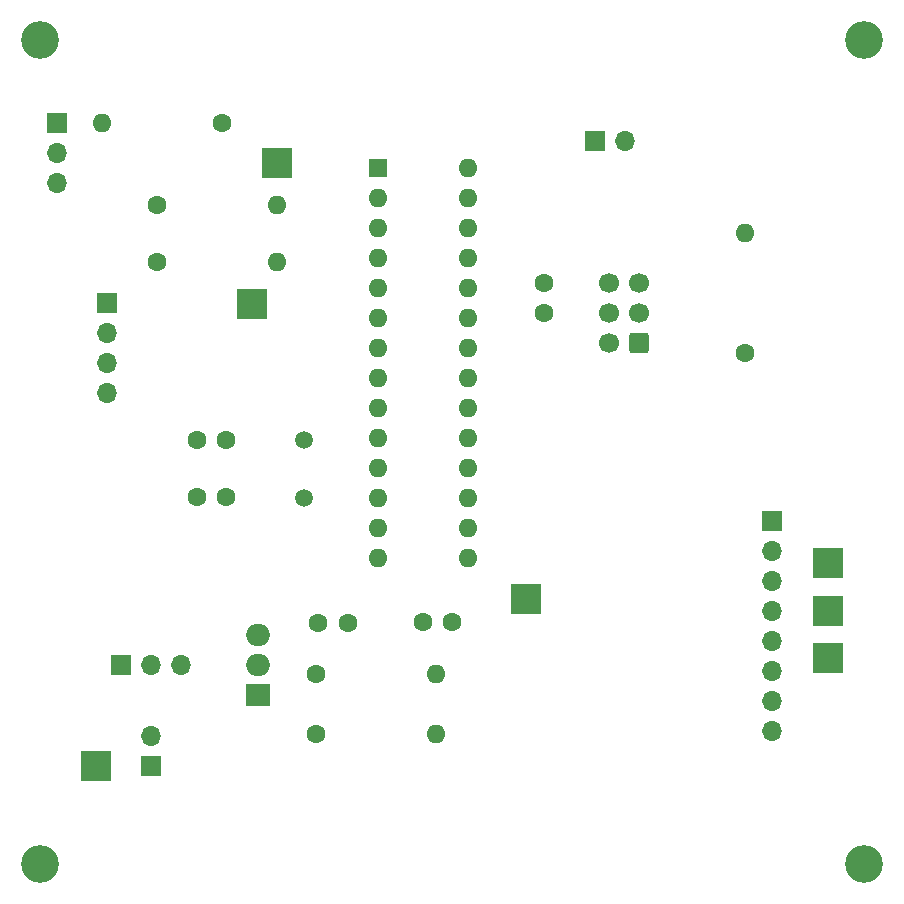
<source format=gbs>
G04 #@! TF.GenerationSoftware,KiCad,Pcbnew,(6.0.10-0)*
G04 #@! TF.CreationDate,2023-03-01T17:49:15-06:00*
G04 #@! TF.ProjectId,monitor_subsystem,6d6f6e69-746f-4725-9f73-756273797374,rev?*
G04 #@! TF.SameCoordinates,Original*
G04 #@! TF.FileFunction,Soldermask,Bot*
G04 #@! TF.FilePolarity,Negative*
%FSLAX46Y46*%
G04 Gerber Fmt 4.6, Leading zero omitted, Abs format (unit mm)*
G04 Created by KiCad (PCBNEW (6.0.10-0)) date 2023-03-01 17:49:15*
%MOMM*%
%LPD*%
G01*
G04 APERTURE LIST*
G04 Aperture macros list*
%AMRoundRect*
0 Rectangle with rounded corners*
0 $1 Rounding radius*
0 $2 $3 $4 $5 $6 $7 $8 $9 X,Y pos of 4 corners*
0 Add a 4 corners polygon primitive as box body*
4,1,4,$2,$3,$4,$5,$6,$7,$8,$9,$2,$3,0*
0 Add four circle primitives for the rounded corners*
1,1,$1+$1,$2,$3*
1,1,$1+$1,$4,$5*
1,1,$1+$1,$6,$7*
1,1,$1+$1,$8,$9*
0 Add four rect primitives between the rounded corners*
20,1,$1+$1,$2,$3,$4,$5,0*
20,1,$1+$1,$4,$5,$6,$7,0*
20,1,$1+$1,$6,$7,$8,$9,0*
20,1,$1+$1,$8,$9,$2,$3,0*%
G04 Aperture macros list end*
%ADD10C,1.600000*%
%ADD11O,1.600000X1.600000*%
%ADD12R,2.500000X2.500000*%
%ADD13R,1.700000X1.700000*%
%ADD14O,1.700000X1.700000*%
%ADD15R,1.600000X1.600000*%
%ADD16R,2.000000X1.905000*%
%ADD17O,2.000000X1.905000*%
%ADD18C,3.200000*%
%ADD19RoundRect,0.250000X0.600000X0.600000X-0.600000X0.600000X-0.600000X-0.600000X0.600000X-0.600000X0*%
%ADD20C,1.700000*%
%ADD21C,1.500000*%
G04 APERTURE END LIST*
D10*
X150998000Y-125085000D03*
D11*
X161158000Y-125085000D03*
D12*
X147701000Y-81788000D03*
X132329000Y-132832000D03*
D13*
X174625000Y-79883000D03*
D14*
X177165000Y-79883000D03*
D12*
X194305000Y-123688000D03*
D13*
X189606000Y-112131000D03*
D14*
X189606000Y-114671000D03*
X189606000Y-117211000D03*
X189606000Y-119751000D03*
X189606000Y-122291000D03*
X189606000Y-124831000D03*
X189606000Y-127371000D03*
X189606000Y-129911000D03*
D15*
X156215000Y-82169000D03*
D11*
X156215000Y-84709000D03*
X156215000Y-87249000D03*
X156215000Y-89789000D03*
X156215000Y-92329000D03*
X156215000Y-94869000D03*
X156215000Y-97409000D03*
X156215000Y-99949000D03*
X156215000Y-102489000D03*
X156215000Y-105029000D03*
X156215000Y-107569000D03*
X156215000Y-110109000D03*
X156215000Y-112649000D03*
X156215000Y-115189000D03*
X163835000Y-115189000D03*
X163835000Y-112649000D03*
X163835000Y-110109000D03*
X163835000Y-107569000D03*
X163835000Y-105029000D03*
X163835000Y-102489000D03*
X163835000Y-99949000D03*
X163835000Y-97409000D03*
X163835000Y-94869000D03*
X163835000Y-92329000D03*
X163835000Y-89789000D03*
X163835000Y-87249000D03*
X163835000Y-84709000D03*
X163835000Y-82169000D03*
D16*
X146045000Y-126863000D03*
D17*
X146045000Y-124323000D03*
X146045000Y-121783000D03*
D18*
X197358000Y-141097000D03*
D13*
X129032000Y-78359000D03*
D14*
X129032000Y-80899000D03*
X129032000Y-83439000D03*
D10*
X160015000Y-120640000D03*
X162515000Y-120640000D03*
X170302000Y-94478000D03*
X170302000Y-91978000D03*
X143378000Y-110099000D03*
X140878000Y-110099000D03*
X151165000Y-120767000D03*
X153665000Y-120767000D03*
D18*
X197358000Y-71374000D03*
X127635000Y-71374000D03*
D19*
X178293500Y-97023000D03*
D20*
X175753500Y-97023000D03*
X178293500Y-94483000D03*
X175753500Y-94483000D03*
X178293500Y-91943000D03*
X175753500Y-91943000D03*
D12*
X194305000Y-119751000D03*
D10*
X143002000Y-78359000D03*
D11*
X132842000Y-78359000D03*
D10*
X137541000Y-90170000D03*
D11*
X147701000Y-90170000D03*
D13*
X137028000Y-132832000D03*
D14*
X137028000Y-130292000D03*
D13*
X133248000Y-93599000D03*
D14*
X133248000Y-96139000D03*
X133248000Y-98679000D03*
X133248000Y-101219000D03*
D10*
X187320000Y-97907000D03*
D11*
X187320000Y-87747000D03*
D12*
X194305000Y-115687000D03*
D13*
X134488000Y-124323000D03*
D14*
X137028000Y-124323000D03*
X139568000Y-124323000D03*
D12*
X168778000Y-118735000D03*
D21*
X149982000Y-105273000D03*
X149982000Y-110153000D03*
D10*
X150998000Y-130165000D03*
D11*
X161158000Y-130165000D03*
D12*
X145542000Y-93726000D03*
D10*
X137541000Y-85344000D03*
D11*
X147701000Y-85344000D03*
D10*
X143378000Y-105273000D03*
X140878000Y-105273000D03*
D18*
X127635000Y-141097000D03*
M02*

</source>
